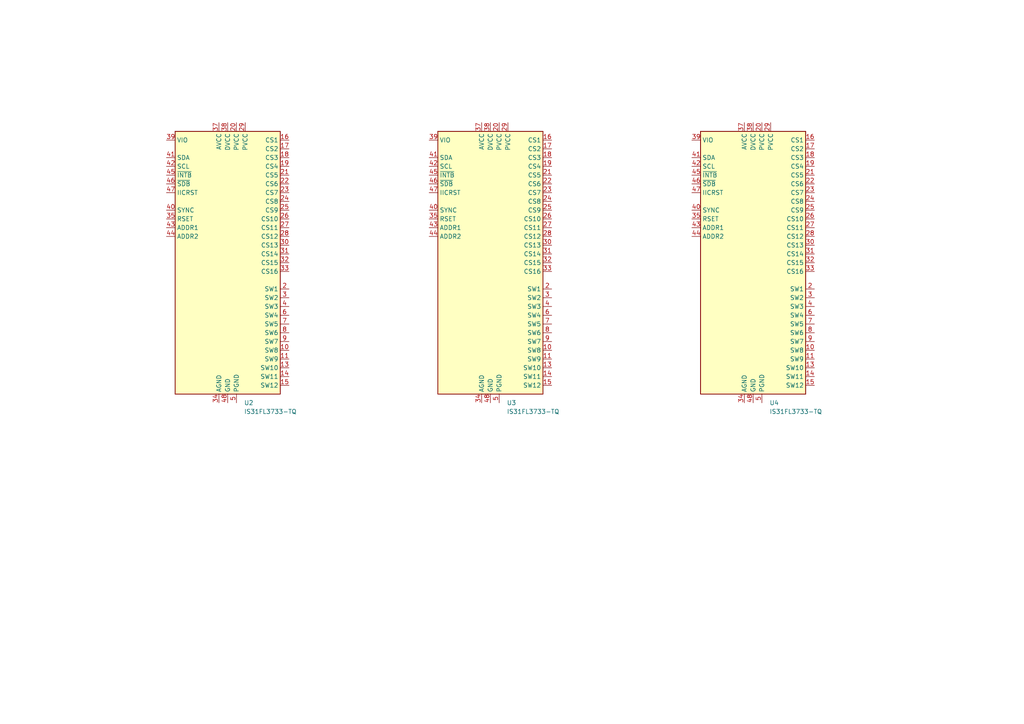
<source format=kicad_sch>
(kicad_sch
	(version 20231120)
	(generator "eeschema")
	(generator_version "8.0")
	(uuid "24c7c7a6-a6f6-49eb-9d95-1b7db6b3af8b")
	(paper "A4")
	(lib_symbols
		(symbol "Driver_LED:IS31FL3733-TQ"
			(exclude_from_sim no)
			(in_bom yes)
			(on_board yes)
			(property "Reference" "U"
				(at 0 1.27 0)
				(effects
					(font
						(size 1.27 1.27)
					)
				)
			)
			(property "Value" "IS31FL3733-TQ"
				(at 0 -1.27 0)
				(effects
					(font
						(size 1.27 1.27)
					)
				)
			)
			(property "Footprint" "Package_QFP:TQFP-48-1EP_7x7mm_P0.5mm_EP5x5mm"
				(at 0 0 0)
				(effects
					(font
						(size 1.27 1.27)
					)
					(hide yes)
				)
			)
			(property "Datasheet" "http://www.issi.com/WW/pdf/IS31FL3733.pdf"
				(at 0 0 0)
				(effects
					(font
						(size 1.27 1.27)
					)
					(hide yes)
				)
			)
			(property "Description" "12x16 LED matrix driver with 8-bit PWM and breathing, TQFP-48"
				(at 0 0 0)
				(effects
					(font
						(size 1.27 1.27)
					)
					(hide yes)
				)
			)
			(property "ki_keywords" "led matrix pwm"
				(at 0 0 0)
				(effects
					(font
						(size 1.27 1.27)
					)
					(hide yes)
				)
			)
			(property "ki_fp_filters" "TQFP*1EP*7x7mm*P0.5mm*"
				(at 0 0 0)
				(effects
					(font
						(size 1.27 1.27)
					)
					(hide yes)
				)
			)
			(symbol "IS31FL3733-TQ_0_1"
				(rectangle
					(start -15.24 38.1)
					(end 15.24 -38.1)
					(stroke
						(width 0.254)
						(type default)
					)
					(fill
						(type background)
					)
				)
			)
			(symbol "IS31FL3733-TQ_1_1"
				(pin no_connect line
					(at -15.24 -33.02 0)
					(length 2.54) hide
					(name "NC"
						(effects
							(font
								(size 1.27 1.27)
							)
						)
					)
					(number "1"
						(effects
							(font
								(size 1.27 1.27)
							)
						)
					)
				)
				(pin input line
					(at 17.78 -25.4 180)
					(length 2.54)
					(name "SW8"
						(effects
							(font
								(size 1.27 1.27)
							)
						)
					)
					(number "10"
						(effects
							(font
								(size 1.27 1.27)
							)
						)
					)
				)
				(pin input line
					(at 17.78 -27.94 180)
					(length 2.54)
					(name "SW9"
						(effects
							(font
								(size 1.27 1.27)
							)
						)
					)
					(number "11"
						(effects
							(font
								(size 1.27 1.27)
							)
						)
					)
				)
				(pin passive line
					(at 2.54 -40.64 90)
					(length 2.54) hide
					(name "PGND"
						(effects
							(font
								(size 1.27 1.27)
							)
						)
					)
					(number "12"
						(effects
							(font
								(size 1.27 1.27)
							)
						)
					)
				)
				(pin input line
					(at 17.78 -30.48 180)
					(length 2.54)
					(name "SW10"
						(effects
							(font
								(size 1.27 1.27)
							)
						)
					)
					(number "13"
						(effects
							(font
								(size 1.27 1.27)
							)
						)
					)
				)
				(pin input line
					(at 17.78 -33.02 180)
					(length 2.54)
					(name "SW11"
						(effects
							(font
								(size 1.27 1.27)
							)
						)
					)
					(number "14"
						(effects
							(font
								(size 1.27 1.27)
							)
						)
					)
				)
				(pin input line
					(at 17.78 -35.56 180)
					(length 2.54)
					(name "SW12"
						(effects
							(font
								(size 1.27 1.27)
							)
						)
					)
					(number "15"
						(effects
							(font
								(size 1.27 1.27)
							)
						)
					)
				)
				(pin output line
					(at 17.78 35.56 180)
					(length 2.54)
					(name "CS1"
						(effects
							(font
								(size 1.27 1.27)
							)
						)
					)
					(number "16"
						(effects
							(font
								(size 1.27 1.27)
							)
						)
					)
				)
				(pin output line
					(at 17.78 33.02 180)
					(length 2.54)
					(name "CS2"
						(effects
							(font
								(size 1.27 1.27)
							)
						)
					)
					(number "17"
						(effects
							(font
								(size 1.27 1.27)
							)
						)
					)
				)
				(pin output line
					(at 17.78 30.48 180)
					(length 2.54)
					(name "CS3"
						(effects
							(font
								(size 1.27 1.27)
							)
						)
					)
					(number "18"
						(effects
							(font
								(size 1.27 1.27)
							)
						)
					)
				)
				(pin output line
					(at 17.78 27.94 180)
					(length 2.54)
					(name "CS4"
						(effects
							(font
								(size 1.27 1.27)
							)
						)
					)
					(number "19"
						(effects
							(font
								(size 1.27 1.27)
							)
						)
					)
				)
				(pin input line
					(at 17.78 -7.62 180)
					(length 2.54)
					(name "SW1"
						(effects
							(font
								(size 1.27 1.27)
							)
						)
					)
					(number "2"
						(effects
							(font
								(size 1.27 1.27)
							)
						)
					)
				)
				(pin power_in line
					(at 2.54 40.64 270)
					(length 2.54)
					(name "PVCC"
						(effects
							(font
								(size 1.27 1.27)
							)
						)
					)
					(number "20"
						(effects
							(font
								(size 1.27 1.27)
							)
						)
					)
				)
				(pin output line
					(at 17.78 25.4 180)
					(length 2.54)
					(name "CS5"
						(effects
							(font
								(size 1.27 1.27)
							)
						)
					)
					(number "21"
						(effects
							(font
								(size 1.27 1.27)
							)
						)
					)
				)
				(pin output line
					(at 17.78 22.86 180)
					(length 2.54)
					(name "CS6"
						(effects
							(font
								(size 1.27 1.27)
							)
						)
					)
					(number "22"
						(effects
							(font
								(size 1.27 1.27)
							)
						)
					)
				)
				(pin output line
					(at 17.78 20.32 180)
					(length 2.54)
					(name "CS7"
						(effects
							(font
								(size 1.27 1.27)
							)
						)
					)
					(number "23"
						(effects
							(font
								(size 1.27 1.27)
							)
						)
					)
				)
				(pin output line
					(at 17.78 17.78 180)
					(length 2.54)
					(name "CS8"
						(effects
							(font
								(size 1.27 1.27)
							)
						)
					)
					(number "24"
						(effects
							(font
								(size 1.27 1.27)
							)
						)
					)
				)
				(pin output line
					(at 17.78 15.24 180)
					(length 2.54)
					(name "CS9"
						(effects
							(font
								(size 1.27 1.27)
							)
						)
					)
					(number "25"
						(effects
							(font
								(size 1.27 1.27)
							)
						)
					)
				)
				(pin output line
					(at 17.78 12.7 180)
					(length 2.54)
					(name "CS10"
						(effects
							(font
								(size 1.27 1.27)
							)
						)
					)
					(number "26"
						(effects
							(font
								(size 1.27 1.27)
							)
						)
					)
				)
				(pin output line
					(at 17.78 10.16 180)
					(length 2.54)
					(name "CS11"
						(effects
							(font
								(size 1.27 1.27)
							)
						)
					)
					(number "27"
						(effects
							(font
								(size 1.27 1.27)
							)
						)
					)
				)
				(pin output line
					(at 17.78 7.62 180)
					(length 2.54)
					(name "CS12"
						(effects
							(font
								(size 1.27 1.27)
							)
						)
					)
					(number "28"
						(effects
							(font
								(size 1.27 1.27)
							)
						)
					)
				)
				(pin power_in line
					(at 5.08 40.64 270)
					(length 2.54)
					(name "PVCC"
						(effects
							(font
								(size 1.27 1.27)
							)
						)
					)
					(number "29"
						(effects
							(font
								(size 1.27 1.27)
							)
						)
					)
				)
				(pin input line
					(at 17.78 -10.16 180)
					(length 2.54)
					(name "SW2"
						(effects
							(font
								(size 1.27 1.27)
							)
						)
					)
					(number "3"
						(effects
							(font
								(size 1.27 1.27)
							)
						)
					)
				)
				(pin output line
					(at 17.78 5.08 180)
					(length 2.54)
					(name "CS13"
						(effects
							(font
								(size 1.27 1.27)
							)
						)
					)
					(number "30"
						(effects
							(font
								(size 1.27 1.27)
							)
						)
					)
				)
				(pin output line
					(at 17.78 2.54 180)
					(length 2.54)
					(name "CS14"
						(effects
							(font
								(size 1.27 1.27)
							)
						)
					)
					(number "31"
						(effects
							(font
								(size 1.27 1.27)
							)
						)
					)
				)
				(pin output line
					(at 17.78 0 180)
					(length 2.54)
					(name "CS15"
						(effects
							(font
								(size 1.27 1.27)
							)
						)
					)
					(number "32"
						(effects
							(font
								(size 1.27 1.27)
							)
						)
					)
				)
				(pin output line
					(at 17.78 -2.54 180)
					(length 2.54)
					(name "CS16"
						(effects
							(font
								(size 1.27 1.27)
							)
						)
					)
					(number "33"
						(effects
							(font
								(size 1.27 1.27)
							)
						)
					)
				)
				(pin power_in line
					(at -2.54 -40.64 90)
					(length 2.54)
					(name "AGND"
						(effects
							(font
								(size 1.27 1.27)
							)
						)
					)
					(number "34"
						(effects
							(font
								(size 1.27 1.27)
							)
						)
					)
				)
				(pin passive line
					(at -17.78 12.7 0)
					(length 2.54)
					(name "RSET"
						(effects
							(font
								(size 1.27 1.27)
							)
						)
					)
					(number "35"
						(effects
							(font
								(size 1.27 1.27)
							)
						)
					)
				)
				(pin no_connect line
					(at -15.24 -35.56 0)
					(length 2.54) hide
					(name "NC"
						(effects
							(font
								(size 1.27 1.27)
							)
						)
					)
					(number "36"
						(effects
							(font
								(size 1.27 1.27)
							)
						)
					)
				)
				(pin power_in line
					(at -2.54 40.64 270)
					(length 2.54)
					(name "AVCC"
						(effects
							(font
								(size 1.27 1.27)
							)
						)
					)
					(number "37"
						(effects
							(font
								(size 1.27 1.27)
							)
						)
					)
				)
				(pin power_in line
					(at 0 40.64 270)
					(length 2.54)
					(name "DVCC"
						(effects
							(font
								(size 1.27 1.27)
							)
						)
					)
					(number "38"
						(effects
							(font
								(size 1.27 1.27)
							)
						)
					)
				)
				(pin input line
					(at -17.78 35.56 0)
					(length 2.54)
					(name "VIO"
						(effects
							(font
								(size 1.27 1.27)
							)
						)
					)
					(number "39"
						(effects
							(font
								(size 1.27 1.27)
							)
						)
					)
				)
				(pin input line
					(at 17.78 -12.7 180)
					(length 2.54)
					(name "SW3"
						(effects
							(font
								(size 1.27 1.27)
							)
						)
					)
					(number "4"
						(effects
							(font
								(size 1.27 1.27)
							)
						)
					)
				)
				(pin input line
					(at -17.78 15.24 0)
					(length 2.54)
					(name "SYNC"
						(effects
							(font
								(size 1.27 1.27)
							)
						)
					)
					(number "40"
						(effects
							(font
								(size 1.27 1.27)
							)
						)
					)
				)
				(pin bidirectional line
					(at -17.78 30.48 0)
					(length 2.54)
					(name "SDA"
						(effects
							(font
								(size 1.27 1.27)
							)
						)
					)
					(number "41"
						(effects
							(font
								(size 1.27 1.27)
							)
						)
					)
				)
				(pin input line
					(at -17.78 27.94 0)
					(length 2.54)
					(name "SCL"
						(effects
							(font
								(size 1.27 1.27)
							)
						)
					)
					(number "42"
						(effects
							(font
								(size 1.27 1.27)
							)
						)
					)
				)
				(pin input line
					(at -17.78 10.16 0)
					(length 2.54)
					(name "ADDR1"
						(effects
							(font
								(size 1.27 1.27)
							)
						)
					)
					(number "43"
						(effects
							(font
								(size 1.27 1.27)
							)
						)
					)
				)
				(pin input line
					(at -17.78 7.62 0)
					(length 2.54)
					(name "ADDR2"
						(effects
							(font
								(size 1.27 1.27)
							)
						)
					)
					(number "44"
						(effects
							(font
								(size 1.27 1.27)
							)
						)
					)
				)
				(pin open_collector line
					(at -17.78 25.4 0)
					(length 2.54)
					(name "~{INTB}"
						(effects
							(font
								(size 1.27 1.27)
							)
						)
					)
					(number "45"
						(effects
							(font
								(size 1.27 1.27)
							)
						)
					)
				)
				(pin input line
					(at -17.78 22.86 0)
					(length 2.54)
					(name "~{SDB}"
						(effects
							(font
								(size 1.27 1.27)
							)
						)
					)
					(number "46"
						(effects
							(font
								(size 1.27 1.27)
							)
						)
					)
				)
				(pin input line
					(at -17.78 20.32 0)
					(length 2.54)
					(name "IICRST"
						(effects
							(font
								(size 1.27 1.27)
							)
						)
					)
					(number "47"
						(effects
							(font
								(size 1.27 1.27)
							)
						)
					)
				)
				(pin power_in line
					(at 0 -40.64 90)
					(length 2.54)
					(name "GND"
						(effects
							(font
								(size 1.27 1.27)
							)
						)
					)
					(number "48"
						(effects
							(font
								(size 1.27 1.27)
							)
						)
					)
				)
				(pin passive line
					(at 0 -40.64 90)
					(length 2.54) hide
					(name "GND"
						(effects
							(font
								(size 1.27 1.27)
							)
						)
					)
					(number "49"
						(effects
							(font
								(size 1.27 1.27)
							)
						)
					)
				)
				(pin power_in line
					(at 2.54 -40.64 90)
					(length 2.54)
					(name "PGND"
						(effects
							(font
								(size 1.27 1.27)
							)
						)
					)
					(number "5"
						(effects
							(font
								(size 1.27 1.27)
							)
						)
					)
				)
				(pin input line
					(at 17.78 -15.24 180)
					(length 2.54)
					(name "SW4"
						(effects
							(font
								(size 1.27 1.27)
							)
						)
					)
					(number "6"
						(effects
							(font
								(size 1.27 1.27)
							)
						)
					)
				)
				(pin input line
					(at 17.78 -17.78 180)
					(length 2.54)
					(name "SW5"
						(effects
							(font
								(size 1.27 1.27)
							)
						)
					)
					(number "7"
						(effects
							(font
								(size 1.27 1.27)
							)
						)
					)
				)
				(pin input line
					(at 17.78 -20.32 180)
					(length 2.54)
					(name "SW6"
						(effects
							(font
								(size 1.27 1.27)
							)
						)
					)
					(number "8"
						(effects
							(font
								(size 1.27 1.27)
							)
						)
					)
				)
				(pin input line
					(at 17.78 -22.86 180)
					(length 2.54)
					(name "SW7"
						(effects
							(font
								(size 1.27 1.27)
							)
						)
					)
					(number "9"
						(effects
							(font
								(size 1.27 1.27)
							)
						)
					)
				)
			)
		)
	)
	(symbol
		(lib_id "Driver_LED:IS31FL3733-TQ")
		(at 142.24 76.2 0)
		(unit 1)
		(exclude_from_sim no)
		(in_bom yes)
		(on_board yes)
		(dnp no)
		(fields_autoplaced yes)
		(uuid "4b590b5a-e7a1-43e4-abb4-7f8c9af0b0d9")
		(property "Reference" "U3"
			(at 146.9741 116.84 0)
			(effects
				(font
					(size 1.27 1.27)
				)
				(justify left)
			)
		)
		(property "Value" "IS31FL3733-TQ"
			(at 146.9741 119.38 0)
			(effects
				(font
					(size 1.27 1.27)
				)
				(justify left)
			)
		)
		(property "Footprint" "Package_QFP:TQFP-48-1EP_7x7mm_P0.5mm_EP5x5mm"
			(at 142.24 76.2 0)
			(effects
				(font
					(size 1.27 1.27)
				)
				(hide yes)
			)
		)
		(property "Datasheet" "http://www.issi.com/WW/pdf/IS31FL3733.pdf"
			(at 142.24 76.2 0)
			(effects
				(font
					(size 1.27 1.27)
				)
				(hide yes)
			)
		)
		(property "Description" "12x16 LED matrix driver with 8-bit PWM and breathing, TQFP-48"
			(at 142.24 76.2 0)
			(effects
				(font
					(size 1.27 1.27)
				)
				(hide yes)
			)
		)
		(pin "19"
			(uuid "7717a881-0db2-4691-bbbf-3d89632f92ef")
		)
		(pin "3"
			(uuid "9a57d629-ab35-4da5-a7d0-5ed37f458f7e")
		)
		(pin "37"
			(uuid "892ae5c5-9e71-4610-b8f7-d020e919d186")
		)
		(pin "46"
			(uuid "cf7a9aaa-e8f7-4409-a051-b1497a29f6c2")
		)
		(pin "39"
			(uuid "4a67da76-97bb-4cbf-bf80-5210ee9d260d")
		)
		(pin "1"
			(uuid "c8ee4e5b-3b48-45a2-9495-1749eba7f4c4")
		)
		(pin "23"
			(uuid "25654253-f164-4107-9409-43529004eb25")
		)
		(pin "21"
			(uuid "821250b0-b584-4c5d-996d-7351cd34f5ff")
		)
		(pin "14"
			(uuid "ecf914e9-1d77-4c0a-82b4-961d49ef98be")
		)
		(pin "49"
			(uuid "9596f43a-b97b-4967-808e-591f1ee70b8c")
		)
		(pin "2"
			(uuid "37bc5413-26a1-4a87-9f42-aadeeb08b36a")
		)
		(pin "20"
			(uuid "35439bba-02d1-4c3b-9bef-6e7c8ba62acc")
		)
		(pin "10"
			(uuid "490b4d8e-310b-40c9-bf46-5beb855542ba")
		)
		(pin "24"
			(uuid "d44d7177-74c5-436b-b533-0084a9812ca2")
		)
		(pin "29"
			(uuid "d1d9f057-25bb-4d09-8c60-c0f4f1883dd7")
		)
		(pin "26"
			(uuid "85ad55f1-aabe-4a20-983e-968ef5a6991b")
		)
		(pin "35"
			(uuid "3610f6fa-126b-4247-a454-00929ac269e8")
		)
		(pin "33"
			(uuid "e7ea9776-2800-43b1-904b-1cf94bc4a112")
		)
		(pin "45"
			(uuid "ec0e45aa-c348-41bd-9eb1-045ebcd73fdc")
		)
		(pin "41"
			(uuid "15ce0cf2-51bc-4c57-9e2a-b4688f29223b")
		)
		(pin "7"
			(uuid "180bdb5d-b21c-41c4-b529-52cbf3eb3f14")
		)
		(pin "12"
			(uuid "ec6cc3fe-214a-49c3-89dd-64e6dc355a5d")
		)
		(pin "25"
			(uuid "963d0b12-a12c-44c5-aac1-9efd6e2250c5")
		)
		(pin "27"
			(uuid "c39923ba-0d23-4e26-8851-3d90a16f96db")
		)
		(pin "42"
			(uuid "ef485ef0-023b-4048-9631-7d9c8fdbd24b")
		)
		(pin "34"
			(uuid "0039c558-00d3-4c59-8170-bc5a044b4e1b")
		)
		(pin "31"
			(uuid "35dc41c4-56ba-4101-ae35-50081b059ac6")
		)
		(pin "11"
			(uuid "6beca707-af87-40ca-84eb-b8cbdeeb5f7d")
		)
		(pin "32"
			(uuid "e2370799-7081-4c53-b67b-25bd4750c6bc")
		)
		(pin "15"
			(uuid "ef51f8f7-105f-4748-ba9a-75ef8a726e15")
		)
		(pin "16"
			(uuid "3a4dadb7-0e80-4cf4-90b4-13dda3cbdc8d")
		)
		(pin "18"
			(uuid "fe75d9d1-f15b-43dc-8387-7217fd6b339f")
		)
		(pin "28"
			(uuid "80616850-73cc-4bea-b927-37c52372bef5")
		)
		(pin "6"
			(uuid "71887ab3-646e-45f9-8bc6-dffffe98d727")
		)
		(pin "17"
			(uuid "666832f4-cc3f-4af4-b04a-25aa88a1bcdb")
		)
		(pin "36"
			(uuid "8eedd9cb-78d2-4cb9-a7e0-256e0373f3c3")
		)
		(pin "4"
			(uuid "52a4386b-a95a-440f-9fd1-e657c9645665")
		)
		(pin "30"
			(uuid "452dacf5-a4a5-4dfa-ab2b-1ecbc4a15690")
		)
		(pin "40"
			(uuid "b19b212e-24e7-46ea-9b9b-6d392e4a451c")
		)
		(pin "47"
			(uuid "468fb3f3-4fbd-43c3-a4c5-c37c722295d3")
		)
		(pin "48"
			(uuid "e5b703d2-836b-4b56-adfd-49ec0e21507b")
		)
		(pin "22"
			(uuid "44134fbd-1c2c-473d-b7eb-3c5ec230c4f8")
		)
		(pin "38"
			(uuid "4f6a3e1a-2925-4e14-98f3-3e095763f8fc")
		)
		(pin "13"
			(uuid "8ed9c4aa-d13d-421b-adaa-ff94f1c3af55")
		)
		(pin "43"
			(uuid "cbe3f9ab-ddfe-4871-988a-795ea1e5746f")
		)
		(pin "5"
			(uuid "9411ff8d-c28f-471c-aecb-28d1864dac06")
		)
		(pin "8"
			(uuid "67d093bd-a848-429d-859a-2859708171d3")
		)
		(pin "9"
			(uuid "5dbc493e-df53-4cfd-be6b-c709ebe9840b")
		)
		(pin "44"
			(uuid "530ca4d1-d7d0-4da8-b08c-3f9d1c0c4be5")
		)
		(instances
			(project ""
				(path "/12231dcb-422a-4509-91eb-b753f28238ef/333ad323-999b-4598-bab7-425547360b80"
					(reference "U3")
					(unit 1)
				)
			)
		)
	)
	(symbol
		(lib_id "Driver_LED:IS31FL3733-TQ")
		(at 218.44 76.2 0)
		(unit 1)
		(exclude_from_sim no)
		(in_bom yes)
		(on_board yes)
		(dnp no)
		(fields_autoplaced yes)
		(uuid "6ee5c486-94b4-4676-a21f-fa8f9da8782f")
		(property "Reference" "U4"
			(at 223.1741 116.84 0)
			(effects
				(font
					(size 1.27 1.27)
				)
				(justify left)
			)
		)
		(property "Value" "IS31FL3733-TQ"
			(at 223.1741 119.38 0)
			(effects
				(font
					(size 1.27 1.27)
				)
				(justify left)
			)
		)
		(property "Footprint" "Package_QFP:TQFP-48-1EP_7x7mm_P0.5mm_EP5x5mm"
			(at 218.44 76.2 0)
			(effects
				(font
					(size 1.27 1.27)
				)
				(hide yes)
			)
		)
		(property "Datasheet" "http://www.issi.com/WW/pdf/IS31FL3733.pdf"
			(at 218.44 76.2 0)
			(effects
				(font
					(size 1.27 1.27)
				)
				(hide yes)
			)
		)
		(property "Description" "12x16 LED matrix driver with 8-bit PWM and breathing, TQFP-48"
			(at 218.44 76.2 0)
			(effects
				(font
					(size 1.27 1.27)
				)
				(hide yes)
			)
		)
		(pin "7"
			(uuid "17547a3b-fa8a-462c-b52c-80d537e46f9e")
		)
		(pin "43"
			(uuid "62cd001a-ebec-4d43-8834-7f9d51156232")
		)
		(pin "25"
			(uuid "4ce03c8a-fa88-4533-b5c3-ea4dc5699bb3")
		)
		(pin "18"
			(uuid "33082840-81c1-4d52-84df-3e0a609f183a")
		)
		(pin "28"
			(uuid "d0df6db2-947b-44cb-80cb-ebba3511df85")
		)
		(pin "12"
			(uuid "3af5205e-095c-4d14-808a-822b58e0daf8")
		)
		(pin "45"
			(uuid "7cbe77de-7d5b-410a-a790-67bc93407066")
		)
		(pin "27"
			(uuid "746fbb54-7f0e-4ba4-bb49-4379d1480ccd")
		)
		(pin "10"
			(uuid "fe28563a-c1b6-485e-91cf-728a96361580")
		)
		(pin "23"
			(uuid "176544ca-6ac7-4bc1-bcd9-f2297be039b8")
		)
		(pin "49"
			(uuid "1106125a-a5eb-4341-8363-54d3f02915ba")
		)
		(pin "29"
			(uuid "149f13d1-54ba-4395-88b8-a8284699a7ef")
		)
		(pin "8"
			(uuid "5bc8c322-f90d-40ef-aec1-8cc4dac2279b")
		)
		(pin "9"
			(uuid "f2ab3840-0eb1-456d-a166-746bfdf80bcd")
		)
		(pin "19"
			(uuid "5a27c8ae-923a-4015-bd94-0b680fc3d909")
		)
		(pin "15"
			(uuid "87984a7c-5590-4f83-8bc7-a5ebc35e45d1")
		)
		(pin "39"
			(uuid "4ac4fe56-5cbb-4ce8-85cd-f4b5ed574319")
		)
		(pin "42"
			(uuid "84004338-4f4b-4bb9-bc01-10471721920b")
		)
		(pin "11"
			(uuid "319e59f1-4652-42ad-8eb8-d825457d5c95")
		)
		(pin "47"
			(uuid "8ae5845c-14f2-43a6-98c4-75b1711e47f5")
		)
		(pin "46"
			(uuid "f176976e-7cac-4e68-85a2-e998149308fa")
		)
		(pin "48"
			(uuid "1ed14e45-b018-4180-902e-d988960341d5")
		)
		(pin "21"
			(uuid "ca800df7-d851-4997-b7a3-67f70b8ecec8")
		)
		(pin "14"
			(uuid "a2a66b9d-41ba-4d9b-a2b8-70c86519b546")
		)
		(pin "13"
			(uuid "619fea04-b7af-4e15-8cdf-81c0bf43d8ea")
		)
		(pin "22"
			(uuid "67624ab9-c7bb-4c04-9eaf-abc07cff8f1e")
		)
		(pin "26"
			(uuid "a394ffd8-a40a-4b06-b897-b1aa02803906")
		)
		(pin "16"
			(uuid "a2957036-47b4-4f2a-a510-2ec704ca888b")
		)
		(pin "34"
			(uuid "ce6bb9ef-8b78-4ffb-a799-19c920bffebf")
		)
		(pin "35"
			(uuid "f42f7bed-9dd7-4b7e-b56b-0d476cabbcf5")
		)
		(pin "40"
			(uuid "4675a48b-bfc1-489a-8401-7e8cebe044b5")
		)
		(pin "44"
			(uuid "a229fd0e-4651-4341-8e2a-aa7c572594ac")
		)
		(pin "3"
			(uuid "a10fadd8-702e-463a-8dce-15da23315276")
		)
		(pin "1"
			(uuid "71cf50d1-b78e-4879-9465-a3613bb9ed60")
		)
		(pin "32"
			(uuid "1ff60769-118a-4ba4-ba5c-3b7d3bbeefdd")
		)
		(pin "37"
			(uuid "dad9d447-ca70-4aed-8151-145c58dc927d")
		)
		(pin "5"
			(uuid "651f4964-99de-44c1-8864-2442ec3edce5")
		)
		(pin "4"
			(uuid "81754c54-7a64-493a-8790-c78775db6311")
		)
		(pin "31"
			(uuid "6b415db1-d637-4fd4-ac28-f2751683db6c")
		)
		(pin "20"
			(uuid "6e451c16-6c3e-4d1b-b358-283bf07faea5")
		)
		(pin "24"
			(uuid "54e2fe95-ae53-4509-bb3a-d0204da1be0b")
		)
		(pin "33"
			(uuid "34d64ca9-1c33-45bd-8106-b01ffba59305")
		)
		(pin "17"
			(uuid "312a5e3a-4128-4a70-bd48-5a685e4e97c9")
		)
		(pin "2"
			(uuid "7d86e106-c8c8-44e0-86b3-187e4babdbce")
		)
		(pin "36"
			(uuid "50c8927d-1fce-4e20-b859-179aecd394f8")
		)
		(pin "38"
			(uuid "2e3d1758-e863-4a3d-a4de-2e69a691a1d0")
		)
		(pin "30"
			(uuid "734fc9ea-a0e5-463a-8018-477963af9f63")
		)
		(pin "41"
			(uuid "fb9095c8-728a-43b1-bda5-f99f7ff2748e")
		)
		(pin "6"
			(uuid "38106b3f-4b89-4a05-9fb2-37558785bd49")
		)
		(instances
			(project ""
				(path "/12231dcb-422a-4509-91eb-b753f28238ef/333ad323-999b-4598-bab7-425547360b80"
					(reference "U4")
					(unit 1)
				)
			)
		)
	)
	(symbol
		(lib_id "Driver_LED:IS31FL3733-TQ")
		(at 66.04 76.2 0)
		(unit 1)
		(exclude_from_sim no)
		(in_bom yes)
		(on_board yes)
		(dnp no)
		(fields_autoplaced yes)
		(uuid "cb927fa4-c7f4-440b-a8ae-40b142572092")
		(property "Reference" "U2"
			(at 70.7741 116.84 0)
			(effects
				(font
					(size 1.27 1.27)
				)
				(justify left)
			)
		)
		(property "Value" "IS31FL3733-TQ"
			(at 70.7741 119.38 0)
			(effects
				(font
					(size 1.27 1.27)
				)
				(justify left)
			)
		)
		(property "Footprint" "Package_QFP:TQFP-48-1EP_7x7mm_P0.5mm_EP5x5mm"
			(at 66.04 76.2 0)
			(effects
				(font
					(size 1.27 1.27)
				)
				(hide yes)
			)
		)
		(property "Datasheet" "http://www.issi.com/WW/pdf/IS31FL3733.pdf"
			(at 66.04 76.2 0)
			(effects
				(font
					(size 1.27 1.27)
				)
				(hide yes)
			)
		)
		(property "Description" "12x16 LED matrix driver with 8-bit PWM and breathing, TQFP-48"
			(at 66.04 76.2 0)
			(effects
				(font
					(size 1.27 1.27)
				)
				(hide yes)
			)
		)
		(pin "16"
			(uuid "f24571d6-8aa3-40a9-ae59-c794e5da9ef7")
		)
		(pin "48"
			(uuid "c5f7beb0-15ca-4e84-856a-e75e911477af")
		)
		(pin "38"
			(uuid "26edc69e-28a2-4cf9-87f1-85a4673d60fc")
		)
		(pin "2"
			(uuid "32831593-74d1-49a2-acea-4fa8873eed15")
		)
		(pin "10"
			(uuid "5a2bea26-d48d-46e0-8e5c-3f77e260dc4d")
		)
		(pin "30"
			(uuid "c3cba294-ad24-4e20-b539-48fcdef40b35")
		)
		(pin "34"
			(uuid "93476d8b-784b-42d0-9117-d4ec5e51f3ec")
		)
		(pin "3"
			(uuid "5730337c-2aac-45c1-8dce-190deed1f7a9")
		)
		(pin "37"
			(uuid "a4fc2256-fa60-43cd-9910-78be490c98f2")
		)
		(pin "40"
			(uuid "2d9d25c4-abee-42e4-953e-a3ef42bbeacc")
		)
		(pin "44"
			(uuid "20fb251a-0186-44b7-aec6-0c8eb2caf81c")
		)
		(pin "46"
			(uuid "0e574f08-926b-4e61-9ab2-a1d09f1360c8")
		)
		(pin "18"
			(uuid "eebb3a24-3aee-4046-bcf6-932ba6700feb")
		)
		(pin "22"
			(uuid "2ec39574-651d-4368-85ad-a470f86b8a59")
		)
		(pin "49"
			(uuid "96a65e17-4430-4a32-add7-62df12e59920")
		)
		(pin "5"
			(uuid "99b6d275-aa16-4d35-8105-e11baa229619")
		)
		(pin "1"
			(uuid "0ff491ff-a882-491b-a072-b357158572ec")
		)
		(pin "9"
			(uuid "2f2cd8d9-a044-4552-a4cf-6536c681d38e")
		)
		(pin "17"
			(uuid "fba6d4d8-8777-4bab-92ed-bf0955ddf036")
		)
		(pin "36"
			(uuid "0cb6c3de-cc2b-42a8-b039-879ffbf6642f")
		)
		(pin "20"
			(uuid "36fcba95-214d-4ca3-aff2-584e65de0fd3")
		)
		(pin "41"
			(uuid "2f069098-32dc-4cee-9928-def0dee0b72e")
		)
		(pin "43"
			(uuid "6a9b4109-cbe9-43cd-adaf-91346f8c7c89")
		)
		(pin "26"
			(uuid "ee301b1b-3a45-478f-9599-618db1cfbfb3")
		)
		(pin "39"
			(uuid "67a70ed0-040b-454c-b235-d1d22f900544")
		)
		(pin "7"
			(uuid "2e97ebc5-2fa1-48fb-9855-d153cffce2c9")
		)
		(pin "15"
			(uuid "6e6dc687-117e-4cd7-a3f8-1fa5ba38d97c")
		)
		(pin "4"
			(uuid "f8b29c73-2c0f-4b98-a338-4a887cfaa521")
		)
		(pin "8"
			(uuid "34c71270-2e1f-4a35-92af-866b1e17a2ef")
		)
		(pin "11"
			(uuid "97a07c2a-5a40-4be4-aca3-c69bb13d6685")
		)
		(pin "23"
			(uuid "e6aee510-917c-4a15-bdfa-f60d82876f59")
		)
		(pin "35"
			(uuid "cf6ac116-3e1b-4fb3-a1ff-8b36b87054e2")
		)
		(pin "13"
			(uuid "a8484a99-932a-441b-ac0e-77aa072ba687")
		)
		(pin "28"
			(uuid "8d1fa228-6641-4c74-8d55-2978000b4389")
		)
		(pin "21"
			(uuid "b45d0801-42b8-460c-8eec-d4a69c9970c2")
		)
		(pin "27"
			(uuid "df9fbe8a-8087-4363-af73-24604ed754b8")
		)
		(pin "24"
			(uuid "9179614c-ba96-4eae-a1af-417770d6c63f")
		)
		(pin "6"
			(uuid "5a8cf6aa-fc8d-4c7c-ab0c-14a3fb1cb886")
		)
		(pin "12"
			(uuid "f319bb3a-9974-4185-b518-aa5a6d6c94d3")
		)
		(pin "14"
			(uuid "6d06c18e-32dd-4102-ae73-e1101fe7dd85")
		)
		(pin "31"
			(uuid "2b6f51f3-1d00-4b04-b2e8-2762b8c0f1b2")
		)
		(pin "25"
			(uuid "7fa6db4a-4dce-4394-877d-d87489771f5f")
		)
		(pin "32"
			(uuid "dc76bfa5-f794-4f1a-a762-cbc005d43f09")
		)
		(pin "42"
			(uuid "e3b9331a-e900-4e05-8e1f-19d46c3e83d5")
		)
		(pin "45"
			(uuid "2748831d-e5a8-4a82-a159-39345b4a6c5b")
		)
		(pin "19"
			(uuid "7a25582a-70bf-4f2a-93ec-e09f72904fd3")
		)
		(pin "47"
			(uuid "0c78c340-4f43-414d-97f8-b0e92520e0fe")
		)
		(pin "29"
			(uuid "3df4805f-caae-40e4-bd07-31323227875d")
		)
		(pin "33"
			(uuid "77bde91e-94fa-4177-b403-32616c1102a6")
		)
		(instances
			(project ""
				(path "/12231dcb-422a-4509-91eb-b753f28238ef/333ad323-999b-4598-bab7-425547360b80"
					(reference "U2")
					(unit 1)
				)
			)
		)
	)
)

</source>
